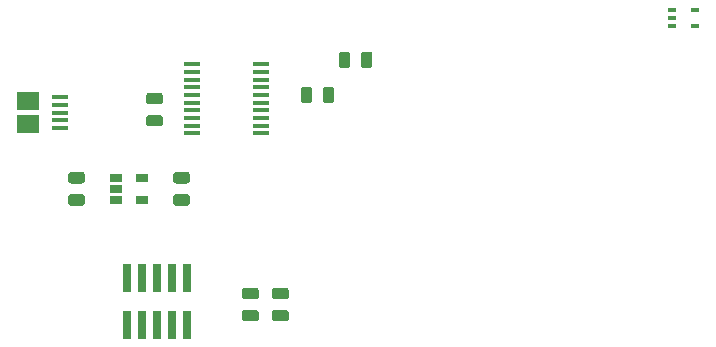
<source format=gbr>
G04 #@! TF.GenerationSoftware,KiCad,Pcbnew,(5.1.5)-3*
G04 #@! TF.CreationDate,2020-01-24T01:00:35-05:00*
G04 #@! TF.ProjectId,V-Naught_Display,562d4e61-7567-4687-945f-446973706c61,rev?*
G04 #@! TF.SameCoordinates,Original*
G04 #@! TF.FileFunction,Paste,Bot*
G04 #@! TF.FilePolarity,Positive*
%FSLAX46Y46*%
G04 Gerber Fmt 4.6, Leading zero omitted, Abs format (unit mm)*
G04 Created by KiCad (PCBNEW (5.1.5)-3) date 2020-01-24 01:00:35*
%MOMM*%
%LPD*%
G04 APERTURE LIST*
%ADD10R,0.740000X2.400000*%
%ADD11R,0.650000X0.400000*%
%ADD12C,0.100000*%
%ADD13R,1.450000X0.450000*%
%ADD14R,1.060000X0.650000*%
%ADD15R,1.900000X1.500000*%
%ADD16R,1.350000X0.400000*%
G04 APERTURE END LIST*
D10*
X105030000Y-76950000D03*
X105030000Y-80850000D03*
X106300000Y-76950000D03*
X106300000Y-80850000D03*
X107570000Y-76950000D03*
X107570000Y-80850000D03*
X108840000Y-76950000D03*
X108840000Y-80850000D03*
X110110000Y-76950000D03*
X110110000Y-80850000D03*
D11*
X151220000Y-55550000D03*
X151220000Y-54250000D03*
X151220000Y-54900000D03*
X153120000Y-54250000D03*
X153120000Y-55550000D03*
D12*
G36*
X115970142Y-77738674D02*
G01*
X115993803Y-77742184D01*
X116017007Y-77747996D01*
X116039529Y-77756054D01*
X116061153Y-77766282D01*
X116081670Y-77778579D01*
X116100883Y-77792829D01*
X116118607Y-77808893D01*
X116134671Y-77826617D01*
X116148921Y-77845830D01*
X116161218Y-77866347D01*
X116171446Y-77887971D01*
X116179504Y-77910493D01*
X116185316Y-77933697D01*
X116188826Y-77957358D01*
X116190000Y-77981250D01*
X116190000Y-78468750D01*
X116188826Y-78492642D01*
X116185316Y-78516303D01*
X116179504Y-78539507D01*
X116171446Y-78562029D01*
X116161218Y-78583653D01*
X116148921Y-78604170D01*
X116134671Y-78623383D01*
X116118607Y-78641107D01*
X116100883Y-78657171D01*
X116081670Y-78671421D01*
X116061153Y-78683718D01*
X116039529Y-78693946D01*
X116017007Y-78702004D01*
X115993803Y-78707816D01*
X115970142Y-78711326D01*
X115946250Y-78712500D01*
X115033750Y-78712500D01*
X115009858Y-78711326D01*
X114986197Y-78707816D01*
X114962993Y-78702004D01*
X114940471Y-78693946D01*
X114918847Y-78683718D01*
X114898330Y-78671421D01*
X114879117Y-78657171D01*
X114861393Y-78641107D01*
X114845329Y-78623383D01*
X114831079Y-78604170D01*
X114818782Y-78583653D01*
X114808554Y-78562029D01*
X114800496Y-78539507D01*
X114794684Y-78516303D01*
X114791174Y-78492642D01*
X114790000Y-78468750D01*
X114790000Y-77981250D01*
X114791174Y-77957358D01*
X114794684Y-77933697D01*
X114800496Y-77910493D01*
X114808554Y-77887971D01*
X114818782Y-77866347D01*
X114831079Y-77845830D01*
X114845329Y-77826617D01*
X114861393Y-77808893D01*
X114879117Y-77792829D01*
X114898330Y-77778579D01*
X114918847Y-77766282D01*
X114940471Y-77756054D01*
X114962993Y-77747996D01*
X114986197Y-77742184D01*
X115009858Y-77738674D01*
X115033750Y-77737500D01*
X115946250Y-77737500D01*
X115970142Y-77738674D01*
G37*
G36*
X115970142Y-79613674D02*
G01*
X115993803Y-79617184D01*
X116017007Y-79622996D01*
X116039529Y-79631054D01*
X116061153Y-79641282D01*
X116081670Y-79653579D01*
X116100883Y-79667829D01*
X116118607Y-79683893D01*
X116134671Y-79701617D01*
X116148921Y-79720830D01*
X116161218Y-79741347D01*
X116171446Y-79762971D01*
X116179504Y-79785493D01*
X116185316Y-79808697D01*
X116188826Y-79832358D01*
X116190000Y-79856250D01*
X116190000Y-80343750D01*
X116188826Y-80367642D01*
X116185316Y-80391303D01*
X116179504Y-80414507D01*
X116171446Y-80437029D01*
X116161218Y-80458653D01*
X116148921Y-80479170D01*
X116134671Y-80498383D01*
X116118607Y-80516107D01*
X116100883Y-80532171D01*
X116081670Y-80546421D01*
X116061153Y-80558718D01*
X116039529Y-80568946D01*
X116017007Y-80577004D01*
X115993803Y-80582816D01*
X115970142Y-80586326D01*
X115946250Y-80587500D01*
X115033750Y-80587500D01*
X115009858Y-80586326D01*
X114986197Y-80582816D01*
X114962993Y-80577004D01*
X114940471Y-80568946D01*
X114918847Y-80558718D01*
X114898330Y-80546421D01*
X114879117Y-80532171D01*
X114861393Y-80516107D01*
X114845329Y-80498383D01*
X114831079Y-80479170D01*
X114818782Y-80458653D01*
X114808554Y-80437029D01*
X114800496Y-80414507D01*
X114794684Y-80391303D01*
X114791174Y-80367642D01*
X114790000Y-80343750D01*
X114790000Y-79856250D01*
X114791174Y-79832358D01*
X114794684Y-79808697D01*
X114800496Y-79785493D01*
X114808554Y-79762971D01*
X114818782Y-79741347D01*
X114831079Y-79720830D01*
X114845329Y-79701617D01*
X114861393Y-79683893D01*
X114879117Y-79667829D01*
X114898330Y-79653579D01*
X114918847Y-79641282D01*
X114940471Y-79631054D01*
X114962993Y-79622996D01*
X114986197Y-79617184D01*
X115009858Y-79613674D01*
X115033750Y-79612500D01*
X115946250Y-79612500D01*
X115970142Y-79613674D01*
G37*
G36*
X125597142Y-57739174D02*
G01*
X125620803Y-57742684D01*
X125644007Y-57748496D01*
X125666529Y-57756554D01*
X125688153Y-57766782D01*
X125708670Y-57779079D01*
X125727883Y-57793329D01*
X125745607Y-57809393D01*
X125761671Y-57827117D01*
X125775921Y-57846330D01*
X125788218Y-57866847D01*
X125798446Y-57888471D01*
X125806504Y-57910993D01*
X125812316Y-57934197D01*
X125815826Y-57957858D01*
X125817000Y-57981750D01*
X125817000Y-58894250D01*
X125815826Y-58918142D01*
X125812316Y-58941803D01*
X125806504Y-58965007D01*
X125798446Y-58987529D01*
X125788218Y-59009153D01*
X125775921Y-59029670D01*
X125761671Y-59048883D01*
X125745607Y-59066607D01*
X125727883Y-59082671D01*
X125708670Y-59096921D01*
X125688153Y-59109218D01*
X125666529Y-59119446D01*
X125644007Y-59127504D01*
X125620803Y-59133316D01*
X125597142Y-59136826D01*
X125573250Y-59138000D01*
X125085750Y-59138000D01*
X125061858Y-59136826D01*
X125038197Y-59133316D01*
X125014993Y-59127504D01*
X124992471Y-59119446D01*
X124970847Y-59109218D01*
X124950330Y-59096921D01*
X124931117Y-59082671D01*
X124913393Y-59066607D01*
X124897329Y-59048883D01*
X124883079Y-59029670D01*
X124870782Y-59009153D01*
X124860554Y-58987529D01*
X124852496Y-58965007D01*
X124846684Y-58941803D01*
X124843174Y-58918142D01*
X124842000Y-58894250D01*
X124842000Y-57981750D01*
X124843174Y-57957858D01*
X124846684Y-57934197D01*
X124852496Y-57910993D01*
X124860554Y-57888471D01*
X124870782Y-57866847D01*
X124883079Y-57846330D01*
X124897329Y-57827117D01*
X124913393Y-57809393D01*
X124931117Y-57793329D01*
X124950330Y-57779079D01*
X124970847Y-57766782D01*
X124992471Y-57756554D01*
X125014993Y-57748496D01*
X125038197Y-57742684D01*
X125061858Y-57739174D01*
X125085750Y-57738000D01*
X125573250Y-57738000D01*
X125597142Y-57739174D01*
G37*
G36*
X123722142Y-57739174D02*
G01*
X123745803Y-57742684D01*
X123769007Y-57748496D01*
X123791529Y-57756554D01*
X123813153Y-57766782D01*
X123833670Y-57779079D01*
X123852883Y-57793329D01*
X123870607Y-57809393D01*
X123886671Y-57827117D01*
X123900921Y-57846330D01*
X123913218Y-57866847D01*
X123923446Y-57888471D01*
X123931504Y-57910993D01*
X123937316Y-57934197D01*
X123940826Y-57957858D01*
X123942000Y-57981750D01*
X123942000Y-58894250D01*
X123940826Y-58918142D01*
X123937316Y-58941803D01*
X123931504Y-58965007D01*
X123923446Y-58987529D01*
X123913218Y-59009153D01*
X123900921Y-59029670D01*
X123886671Y-59048883D01*
X123870607Y-59066607D01*
X123852883Y-59082671D01*
X123833670Y-59096921D01*
X123813153Y-59109218D01*
X123791529Y-59119446D01*
X123769007Y-59127504D01*
X123745803Y-59133316D01*
X123722142Y-59136826D01*
X123698250Y-59138000D01*
X123210750Y-59138000D01*
X123186858Y-59136826D01*
X123163197Y-59133316D01*
X123139993Y-59127504D01*
X123117471Y-59119446D01*
X123095847Y-59109218D01*
X123075330Y-59096921D01*
X123056117Y-59082671D01*
X123038393Y-59066607D01*
X123022329Y-59048883D01*
X123008079Y-59029670D01*
X122995782Y-59009153D01*
X122985554Y-58987529D01*
X122977496Y-58965007D01*
X122971684Y-58941803D01*
X122968174Y-58918142D01*
X122967000Y-58894250D01*
X122967000Y-57981750D01*
X122968174Y-57957858D01*
X122971684Y-57934197D01*
X122977496Y-57910993D01*
X122985554Y-57888471D01*
X122995782Y-57866847D01*
X123008079Y-57846330D01*
X123022329Y-57827117D01*
X123038393Y-57809393D01*
X123056117Y-57793329D01*
X123075330Y-57779079D01*
X123095847Y-57766782D01*
X123117471Y-57756554D01*
X123139993Y-57748496D01*
X123163197Y-57742684D01*
X123186858Y-57739174D01*
X123210750Y-57738000D01*
X123698250Y-57738000D01*
X123722142Y-57739174D01*
G37*
G36*
X118510142Y-77738674D02*
G01*
X118533803Y-77742184D01*
X118557007Y-77747996D01*
X118579529Y-77756054D01*
X118601153Y-77766282D01*
X118621670Y-77778579D01*
X118640883Y-77792829D01*
X118658607Y-77808893D01*
X118674671Y-77826617D01*
X118688921Y-77845830D01*
X118701218Y-77866347D01*
X118711446Y-77887971D01*
X118719504Y-77910493D01*
X118725316Y-77933697D01*
X118728826Y-77957358D01*
X118730000Y-77981250D01*
X118730000Y-78468750D01*
X118728826Y-78492642D01*
X118725316Y-78516303D01*
X118719504Y-78539507D01*
X118711446Y-78562029D01*
X118701218Y-78583653D01*
X118688921Y-78604170D01*
X118674671Y-78623383D01*
X118658607Y-78641107D01*
X118640883Y-78657171D01*
X118621670Y-78671421D01*
X118601153Y-78683718D01*
X118579529Y-78693946D01*
X118557007Y-78702004D01*
X118533803Y-78707816D01*
X118510142Y-78711326D01*
X118486250Y-78712500D01*
X117573750Y-78712500D01*
X117549858Y-78711326D01*
X117526197Y-78707816D01*
X117502993Y-78702004D01*
X117480471Y-78693946D01*
X117458847Y-78683718D01*
X117438330Y-78671421D01*
X117419117Y-78657171D01*
X117401393Y-78641107D01*
X117385329Y-78623383D01*
X117371079Y-78604170D01*
X117358782Y-78583653D01*
X117348554Y-78562029D01*
X117340496Y-78539507D01*
X117334684Y-78516303D01*
X117331174Y-78492642D01*
X117330000Y-78468750D01*
X117330000Y-77981250D01*
X117331174Y-77957358D01*
X117334684Y-77933697D01*
X117340496Y-77910493D01*
X117348554Y-77887971D01*
X117358782Y-77866347D01*
X117371079Y-77845830D01*
X117385329Y-77826617D01*
X117401393Y-77808893D01*
X117419117Y-77792829D01*
X117438330Y-77778579D01*
X117458847Y-77766282D01*
X117480471Y-77756054D01*
X117502993Y-77747996D01*
X117526197Y-77742184D01*
X117549858Y-77738674D01*
X117573750Y-77737500D01*
X118486250Y-77737500D01*
X118510142Y-77738674D01*
G37*
G36*
X118510142Y-79613674D02*
G01*
X118533803Y-79617184D01*
X118557007Y-79622996D01*
X118579529Y-79631054D01*
X118601153Y-79641282D01*
X118621670Y-79653579D01*
X118640883Y-79667829D01*
X118658607Y-79683893D01*
X118674671Y-79701617D01*
X118688921Y-79720830D01*
X118701218Y-79741347D01*
X118711446Y-79762971D01*
X118719504Y-79785493D01*
X118725316Y-79808697D01*
X118728826Y-79832358D01*
X118730000Y-79856250D01*
X118730000Y-80343750D01*
X118728826Y-80367642D01*
X118725316Y-80391303D01*
X118719504Y-80414507D01*
X118711446Y-80437029D01*
X118701218Y-80458653D01*
X118688921Y-80479170D01*
X118674671Y-80498383D01*
X118658607Y-80516107D01*
X118640883Y-80532171D01*
X118621670Y-80546421D01*
X118601153Y-80558718D01*
X118579529Y-80568946D01*
X118557007Y-80577004D01*
X118533803Y-80582816D01*
X118510142Y-80586326D01*
X118486250Y-80587500D01*
X117573750Y-80587500D01*
X117549858Y-80586326D01*
X117526197Y-80582816D01*
X117502993Y-80577004D01*
X117480471Y-80568946D01*
X117458847Y-80558718D01*
X117438330Y-80546421D01*
X117419117Y-80532171D01*
X117401393Y-80516107D01*
X117385329Y-80498383D01*
X117371079Y-80479170D01*
X117358782Y-80458653D01*
X117348554Y-80437029D01*
X117340496Y-80414507D01*
X117334684Y-80391303D01*
X117331174Y-80367642D01*
X117330000Y-80343750D01*
X117330000Y-79856250D01*
X117331174Y-79832358D01*
X117334684Y-79808697D01*
X117340496Y-79785493D01*
X117348554Y-79762971D01*
X117358782Y-79741347D01*
X117371079Y-79720830D01*
X117385329Y-79701617D01*
X117401393Y-79683893D01*
X117419117Y-79667829D01*
X117438330Y-79653579D01*
X117458847Y-79641282D01*
X117480471Y-79631054D01*
X117502993Y-79622996D01*
X117526197Y-79617184D01*
X117549858Y-79613674D01*
X117573750Y-79612500D01*
X118486250Y-79612500D01*
X118510142Y-79613674D01*
G37*
D13*
X116420000Y-58815000D03*
X116420000Y-59465000D03*
X116420000Y-60115000D03*
X116420000Y-60765000D03*
X116420000Y-61415000D03*
X116420000Y-62065000D03*
X116420000Y-62715000D03*
X116420000Y-63365000D03*
X116420000Y-64015000D03*
X116420000Y-64665000D03*
X110520000Y-64665000D03*
X110520000Y-64015000D03*
X110520000Y-63365000D03*
X110520000Y-62715000D03*
X110520000Y-62065000D03*
X110520000Y-61415000D03*
X110520000Y-60765000D03*
X110520000Y-60115000D03*
X110520000Y-59465000D03*
X110520000Y-58815000D03*
D14*
X104115000Y-70310000D03*
X104115000Y-69360000D03*
X104115000Y-68410000D03*
X106315000Y-68410000D03*
X106315000Y-70310000D03*
D15*
X96682500Y-63900000D03*
D16*
X99382500Y-62900000D03*
X99382500Y-62250000D03*
X99382500Y-61600000D03*
X99382500Y-64200000D03*
X99382500Y-63550000D03*
D15*
X96682500Y-61900000D03*
D12*
G36*
X122375142Y-60701174D02*
G01*
X122398803Y-60704684D01*
X122422007Y-60710496D01*
X122444529Y-60718554D01*
X122466153Y-60728782D01*
X122486670Y-60741079D01*
X122505883Y-60755329D01*
X122523607Y-60771393D01*
X122539671Y-60789117D01*
X122553921Y-60808330D01*
X122566218Y-60828847D01*
X122576446Y-60850471D01*
X122584504Y-60872993D01*
X122590316Y-60896197D01*
X122593826Y-60919858D01*
X122595000Y-60943750D01*
X122595000Y-61856250D01*
X122593826Y-61880142D01*
X122590316Y-61903803D01*
X122584504Y-61927007D01*
X122576446Y-61949529D01*
X122566218Y-61971153D01*
X122553921Y-61991670D01*
X122539671Y-62010883D01*
X122523607Y-62028607D01*
X122505883Y-62044671D01*
X122486670Y-62058921D01*
X122466153Y-62071218D01*
X122444529Y-62081446D01*
X122422007Y-62089504D01*
X122398803Y-62095316D01*
X122375142Y-62098826D01*
X122351250Y-62100000D01*
X121863750Y-62100000D01*
X121839858Y-62098826D01*
X121816197Y-62095316D01*
X121792993Y-62089504D01*
X121770471Y-62081446D01*
X121748847Y-62071218D01*
X121728330Y-62058921D01*
X121709117Y-62044671D01*
X121691393Y-62028607D01*
X121675329Y-62010883D01*
X121661079Y-61991670D01*
X121648782Y-61971153D01*
X121638554Y-61949529D01*
X121630496Y-61927007D01*
X121624684Y-61903803D01*
X121621174Y-61880142D01*
X121620000Y-61856250D01*
X121620000Y-60943750D01*
X121621174Y-60919858D01*
X121624684Y-60896197D01*
X121630496Y-60872993D01*
X121638554Y-60850471D01*
X121648782Y-60828847D01*
X121661079Y-60808330D01*
X121675329Y-60789117D01*
X121691393Y-60771393D01*
X121709117Y-60755329D01*
X121728330Y-60741079D01*
X121748847Y-60728782D01*
X121770471Y-60718554D01*
X121792993Y-60710496D01*
X121816197Y-60704684D01*
X121839858Y-60701174D01*
X121863750Y-60700000D01*
X122351250Y-60700000D01*
X122375142Y-60701174D01*
G37*
G36*
X120500142Y-60701174D02*
G01*
X120523803Y-60704684D01*
X120547007Y-60710496D01*
X120569529Y-60718554D01*
X120591153Y-60728782D01*
X120611670Y-60741079D01*
X120630883Y-60755329D01*
X120648607Y-60771393D01*
X120664671Y-60789117D01*
X120678921Y-60808330D01*
X120691218Y-60828847D01*
X120701446Y-60850471D01*
X120709504Y-60872993D01*
X120715316Y-60896197D01*
X120718826Y-60919858D01*
X120720000Y-60943750D01*
X120720000Y-61856250D01*
X120718826Y-61880142D01*
X120715316Y-61903803D01*
X120709504Y-61927007D01*
X120701446Y-61949529D01*
X120691218Y-61971153D01*
X120678921Y-61991670D01*
X120664671Y-62010883D01*
X120648607Y-62028607D01*
X120630883Y-62044671D01*
X120611670Y-62058921D01*
X120591153Y-62071218D01*
X120569529Y-62081446D01*
X120547007Y-62089504D01*
X120523803Y-62095316D01*
X120500142Y-62098826D01*
X120476250Y-62100000D01*
X119988750Y-62100000D01*
X119964858Y-62098826D01*
X119941197Y-62095316D01*
X119917993Y-62089504D01*
X119895471Y-62081446D01*
X119873847Y-62071218D01*
X119853330Y-62058921D01*
X119834117Y-62044671D01*
X119816393Y-62028607D01*
X119800329Y-62010883D01*
X119786079Y-61991670D01*
X119773782Y-61971153D01*
X119763554Y-61949529D01*
X119755496Y-61927007D01*
X119749684Y-61903803D01*
X119746174Y-61880142D01*
X119745000Y-61856250D01*
X119745000Y-60943750D01*
X119746174Y-60919858D01*
X119749684Y-60896197D01*
X119755496Y-60872993D01*
X119763554Y-60850471D01*
X119773782Y-60828847D01*
X119786079Y-60808330D01*
X119800329Y-60789117D01*
X119816393Y-60771393D01*
X119834117Y-60755329D01*
X119853330Y-60741079D01*
X119873847Y-60728782D01*
X119895471Y-60718554D01*
X119917993Y-60710496D01*
X119941197Y-60704684D01*
X119964858Y-60701174D01*
X119988750Y-60700000D01*
X120476250Y-60700000D01*
X120500142Y-60701174D01*
G37*
G36*
X107850142Y-61228674D02*
G01*
X107873803Y-61232184D01*
X107897007Y-61237996D01*
X107919529Y-61246054D01*
X107941153Y-61256282D01*
X107961670Y-61268579D01*
X107980883Y-61282829D01*
X107998607Y-61298893D01*
X108014671Y-61316617D01*
X108028921Y-61335830D01*
X108041218Y-61356347D01*
X108051446Y-61377971D01*
X108059504Y-61400493D01*
X108065316Y-61423697D01*
X108068826Y-61447358D01*
X108070000Y-61471250D01*
X108070000Y-61958750D01*
X108068826Y-61982642D01*
X108065316Y-62006303D01*
X108059504Y-62029507D01*
X108051446Y-62052029D01*
X108041218Y-62073653D01*
X108028921Y-62094170D01*
X108014671Y-62113383D01*
X107998607Y-62131107D01*
X107980883Y-62147171D01*
X107961670Y-62161421D01*
X107941153Y-62173718D01*
X107919529Y-62183946D01*
X107897007Y-62192004D01*
X107873803Y-62197816D01*
X107850142Y-62201326D01*
X107826250Y-62202500D01*
X106913750Y-62202500D01*
X106889858Y-62201326D01*
X106866197Y-62197816D01*
X106842993Y-62192004D01*
X106820471Y-62183946D01*
X106798847Y-62173718D01*
X106778330Y-62161421D01*
X106759117Y-62147171D01*
X106741393Y-62131107D01*
X106725329Y-62113383D01*
X106711079Y-62094170D01*
X106698782Y-62073653D01*
X106688554Y-62052029D01*
X106680496Y-62029507D01*
X106674684Y-62006303D01*
X106671174Y-61982642D01*
X106670000Y-61958750D01*
X106670000Y-61471250D01*
X106671174Y-61447358D01*
X106674684Y-61423697D01*
X106680496Y-61400493D01*
X106688554Y-61377971D01*
X106698782Y-61356347D01*
X106711079Y-61335830D01*
X106725329Y-61316617D01*
X106741393Y-61298893D01*
X106759117Y-61282829D01*
X106778330Y-61268579D01*
X106798847Y-61256282D01*
X106820471Y-61246054D01*
X106842993Y-61237996D01*
X106866197Y-61232184D01*
X106889858Y-61228674D01*
X106913750Y-61227500D01*
X107826250Y-61227500D01*
X107850142Y-61228674D01*
G37*
G36*
X107850142Y-63103674D02*
G01*
X107873803Y-63107184D01*
X107897007Y-63112996D01*
X107919529Y-63121054D01*
X107941153Y-63131282D01*
X107961670Y-63143579D01*
X107980883Y-63157829D01*
X107998607Y-63173893D01*
X108014671Y-63191617D01*
X108028921Y-63210830D01*
X108041218Y-63231347D01*
X108051446Y-63252971D01*
X108059504Y-63275493D01*
X108065316Y-63298697D01*
X108068826Y-63322358D01*
X108070000Y-63346250D01*
X108070000Y-63833750D01*
X108068826Y-63857642D01*
X108065316Y-63881303D01*
X108059504Y-63904507D01*
X108051446Y-63927029D01*
X108041218Y-63948653D01*
X108028921Y-63969170D01*
X108014671Y-63988383D01*
X107998607Y-64006107D01*
X107980883Y-64022171D01*
X107961670Y-64036421D01*
X107941153Y-64048718D01*
X107919529Y-64058946D01*
X107897007Y-64067004D01*
X107873803Y-64072816D01*
X107850142Y-64076326D01*
X107826250Y-64077500D01*
X106913750Y-64077500D01*
X106889858Y-64076326D01*
X106866197Y-64072816D01*
X106842993Y-64067004D01*
X106820471Y-64058946D01*
X106798847Y-64048718D01*
X106778330Y-64036421D01*
X106759117Y-64022171D01*
X106741393Y-64006107D01*
X106725329Y-63988383D01*
X106711079Y-63969170D01*
X106698782Y-63948653D01*
X106688554Y-63927029D01*
X106680496Y-63904507D01*
X106674684Y-63881303D01*
X106671174Y-63857642D01*
X106670000Y-63833750D01*
X106670000Y-63346250D01*
X106671174Y-63322358D01*
X106674684Y-63298697D01*
X106680496Y-63275493D01*
X106688554Y-63252971D01*
X106698782Y-63231347D01*
X106711079Y-63210830D01*
X106725329Y-63191617D01*
X106741393Y-63173893D01*
X106759117Y-63157829D01*
X106778330Y-63143579D01*
X106798847Y-63131282D01*
X106820471Y-63121054D01*
X106842993Y-63112996D01*
X106866197Y-63107184D01*
X106889858Y-63103674D01*
X106913750Y-63102500D01*
X107826250Y-63102500D01*
X107850142Y-63103674D01*
G37*
G36*
X110140142Y-67936174D02*
G01*
X110163803Y-67939684D01*
X110187007Y-67945496D01*
X110209529Y-67953554D01*
X110231153Y-67963782D01*
X110251670Y-67976079D01*
X110270883Y-67990329D01*
X110288607Y-68006393D01*
X110304671Y-68024117D01*
X110318921Y-68043330D01*
X110331218Y-68063847D01*
X110341446Y-68085471D01*
X110349504Y-68107993D01*
X110355316Y-68131197D01*
X110358826Y-68154858D01*
X110360000Y-68178750D01*
X110360000Y-68666250D01*
X110358826Y-68690142D01*
X110355316Y-68713803D01*
X110349504Y-68737007D01*
X110341446Y-68759529D01*
X110331218Y-68781153D01*
X110318921Y-68801670D01*
X110304671Y-68820883D01*
X110288607Y-68838607D01*
X110270883Y-68854671D01*
X110251670Y-68868921D01*
X110231153Y-68881218D01*
X110209529Y-68891446D01*
X110187007Y-68899504D01*
X110163803Y-68905316D01*
X110140142Y-68908826D01*
X110116250Y-68910000D01*
X109203750Y-68910000D01*
X109179858Y-68908826D01*
X109156197Y-68905316D01*
X109132993Y-68899504D01*
X109110471Y-68891446D01*
X109088847Y-68881218D01*
X109068330Y-68868921D01*
X109049117Y-68854671D01*
X109031393Y-68838607D01*
X109015329Y-68820883D01*
X109001079Y-68801670D01*
X108988782Y-68781153D01*
X108978554Y-68759529D01*
X108970496Y-68737007D01*
X108964684Y-68713803D01*
X108961174Y-68690142D01*
X108960000Y-68666250D01*
X108960000Y-68178750D01*
X108961174Y-68154858D01*
X108964684Y-68131197D01*
X108970496Y-68107993D01*
X108978554Y-68085471D01*
X108988782Y-68063847D01*
X109001079Y-68043330D01*
X109015329Y-68024117D01*
X109031393Y-68006393D01*
X109049117Y-67990329D01*
X109068330Y-67976079D01*
X109088847Y-67963782D01*
X109110471Y-67953554D01*
X109132993Y-67945496D01*
X109156197Y-67939684D01*
X109179858Y-67936174D01*
X109203750Y-67935000D01*
X110116250Y-67935000D01*
X110140142Y-67936174D01*
G37*
G36*
X110140142Y-69811174D02*
G01*
X110163803Y-69814684D01*
X110187007Y-69820496D01*
X110209529Y-69828554D01*
X110231153Y-69838782D01*
X110251670Y-69851079D01*
X110270883Y-69865329D01*
X110288607Y-69881393D01*
X110304671Y-69899117D01*
X110318921Y-69918330D01*
X110331218Y-69938847D01*
X110341446Y-69960471D01*
X110349504Y-69982993D01*
X110355316Y-70006197D01*
X110358826Y-70029858D01*
X110360000Y-70053750D01*
X110360000Y-70541250D01*
X110358826Y-70565142D01*
X110355316Y-70588803D01*
X110349504Y-70612007D01*
X110341446Y-70634529D01*
X110331218Y-70656153D01*
X110318921Y-70676670D01*
X110304671Y-70695883D01*
X110288607Y-70713607D01*
X110270883Y-70729671D01*
X110251670Y-70743921D01*
X110231153Y-70756218D01*
X110209529Y-70766446D01*
X110187007Y-70774504D01*
X110163803Y-70780316D01*
X110140142Y-70783826D01*
X110116250Y-70785000D01*
X109203750Y-70785000D01*
X109179858Y-70783826D01*
X109156197Y-70780316D01*
X109132993Y-70774504D01*
X109110471Y-70766446D01*
X109088847Y-70756218D01*
X109068330Y-70743921D01*
X109049117Y-70729671D01*
X109031393Y-70713607D01*
X109015329Y-70695883D01*
X109001079Y-70676670D01*
X108988782Y-70656153D01*
X108978554Y-70634529D01*
X108970496Y-70612007D01*
X108964684Y-70588803D01*
X108961174Y-70565142D01*
X108960000Y-70541250D01*
X108960000Y-70053750D01*
X108961174Y-70029858D01*
X108964684Y-70006197D01*
X108970496Y-69982993D01*
X108978554Y-69960471D01*
X108988782Y-69938847D01*
X109001079Y-69918330D01*
X109015329Y-69899117D01*
X109031393Y-69881393D01*
X109049117Y-69865329D01*
X109068330Y-69851079D01*
X109088847Y-69838782D01*
X109110471Y-69828554D01*
X109132993Y-69820496D01*
X109156197Y-69814684D01*
X109179858Y-69811174D01*
X109203750Y-69810000D01*
X110116250Y-69810000D01*
X110140142Y-69811174D01*
G37*
G36*
X101250142Y-69811174D02*
G01*
X101273803Y-69814684D01*
X101297007Y-69820496D01*
X101319529Y-69828554D01*
X101341153Y-69838782D01*
X101361670Y-69851079D01*
X101380883Y-69865329D01*
X101398607Y-69881393D01*
X101414671Y-69899117D01*
X101428921Y-69918330D01*
X101441218Y-69938847D01*
X101451446Y-69960471D01*
X101459504Y-69982993D01*
X101465316Y-70006197D01*
X101468826Y-70029858D01*
X101470000Y-70053750D01*
X101470000Y-70541250D01*
X101468826Y-70565142D01*
X101465316Y-70588803D01*
X101459504Y-70612007D01*
X101451446Y-70634529D01*
X101441218Y-70656153D01*
X101428921Y-70676670D01*
X101414671Y-70695883D01*
X101398607Y-70713607D01*
X101380883Y-70729671D01*
X101361670Y-70743921D01*
X101341153Y-70756218D01*
X101319529Y-70766446D01*
X101297007Y-70774504D01*
X101273803Y-70780316D01*
X101250142Y-70783826D01*
X101226250Y-70785000D01*
X100313750Y-70785000D01*
X100289858Y-70783826D01*
X100266197Y-70780316D01*
X100242993Y-70774504D01*
X100220471Y-70766446D01*
X100198847Y-70756218D01*
X100178330Y-70743921D01*
X100159117Y-70729671D01*
X100141393Y-70713607D01*
X100125329Y-70695883D01*
X100111079Y-70676670D01*
X100098782Y-70656153D01*
X100088554Y-70634529D01*
X100080496Y-70612007D01*
X100074684Y-70588803D01*
X100071174Y-70565142D01*
X100070000Y-70541250D01*
X100070000Y-70053750D01*
X100071174Y-70029858D01*
X100074684Y-70006197D01*
X100080496Y-69982993D01*
X100088554Y-69960471D01*
X100098782Y-69938847D01*
X100111079Y-69918330D01*
X100125329Y-69899117D01*
X100141393Y-69881393D01*
X100159117Y-69865329D01*
X100178330Y-69851079D01*
X100198847Y-69838782D01*
X100220471Y-69828554D01*
X100242993Y-69820496D01*
X100266197Y-69814684D01*
X100289858Y-69811174D01*
X100313750Y-69810000D01*
X101226250Y-69810000D01*
X101250142Y-69811174D01*
G37*
G36*
X101250142Y-67936174D02*
G01*
X101273803Y-67939684D01*
X101297007Y-67945496D01*
X101319529Y-67953554D01*
X101341153Y-67963782D01*
X101361670Y-67976079D01*
X101380883Y-67990329D01*
X101398607Y-68006393D01*
X101414671Y-68024117D01*
X101428921Y-68043330D01*
X101441218Y-68063847D01*
X101451446Y-68085471D01*
X101459504Y-68107993D01*
X101465316Y-68131197D01*
X101468826Y-68154858D01*
X101470000Y-68178750D01*
X101470000Y-68666250D01*
X101468826Y-68690142D01*
X101465316Y-68713803D01*
X101459504Y-68737007D01*
X101451446Y-68759529D01*
X101441218Y-68781153D01*
X101428921Y-68801670D01*
X101414671Y-68820883D01*
X101398607Y-68838607D01*
X101380883Y-68854671D01*
X101361670Y-68868921D01*
X101341153Y-68881218D01*
X101319529Y-68891446D01*
X101297007Y-68899504D01*
X101273803Y-68905316D01*
X101250142Y-68908826D01*
X101226250Y-68910000D01*
X100313750Y-68910000D01*
X100289858Y-68908826D01*
X100266197Y-68905316D01*
X100242993Y-68899504D01*
X100220471Y-68891446D01*
X100198847Y-68881218D01*
X100178330Y-68868921D01*
X100159117Y-68854671D01*
X100141393Y-68838607D01*
X100125329Y-68820883D01*
X100111079Y-68801670D01*
X100098782Y-68781153D01*
X100088554Y-68759529D01*
X100080496Y-68737007D01*
X100074684Y-68713803D01*
X100071174Y-68690142D01*
X100070000Y-68666250D01*
X100070000Y-68178750D01*
X100071174Y-68154858D01*
X100074684Y-68131197D01*
X100080496Y-68107993D01*
X100088554Y-68085471D01*
X100098782Y-68063847D01*
X100111079Y-68043330D01*
X100125329Y-68024117D01*
X100141393Y-68006393D01*
X100159117Y-67990329D01*
X100178330Y-67976079D01*
X100198847Y-67963782D01*
X100220471Y-67953554D01*
X100242993Y-67945496D01*
X100266197Y-67939684D01*
X100289858Y-67936174D01*
X100313750Y-67935000D01*
X101226250Y-67935000D01*
X101250142Y-67936174D01*
G37*
M02*

</source>
